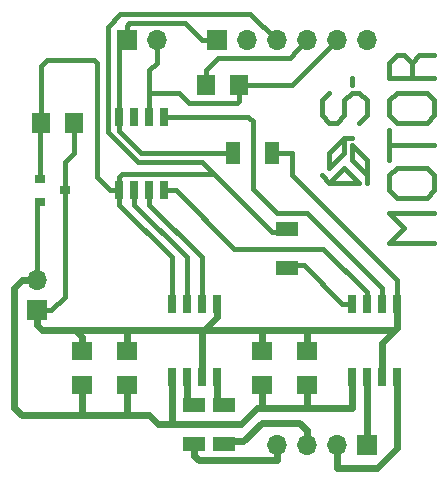
<source format=gbr>
G04 #@! TF.GenerationSoftware,KiCad,Pcbnew,(5.1.5-0-10_14)*
G04 #@! TF.CreationDate,2020-04-25T15:00:23+09:00*
G04 #@! TF.ProjectId,week11_stepper_moter_NEMA17,7765656b-3131-45f7-9374-65707065725f,rev?*
G04 #@! TF.SameCoordinates,Original*
G04 #@! TF.FileFunction,Copper,L1,Top*
G04 #@! TF.FilePolarity,Positive*
%FSLAX46Y46*%
G04 Gerber Fmt 4.6, Leading zero omitted, Abs format (unit mm)*
G04 Created by KiCad (PCBNEW (5.1.5-0-10_14)) date 2020-04-25 15:00:23*
%MOMM*%
%LPD*%
G04 APERTURE LIST*
%ADD10R,1.270000X1.905000*%
%ADD11R,1.905000X1.270000*%
%ADD12R,0.760000X1.520000*%
%ADD13R,1.597660X1.800860*%
%ADD14R,1.800860X1.597660*%
%ADD15O,1.700000X1.700000*%
%ADD16R,1.700000X1.700000*%
%ADD17R,0.899160X0.797560*%
%ADD18C,0.400000*%
%ADD19C,0.600000*%
G04 APERTURE END LIST*
D10*
X135359140Y-106680000D03*
X138661140Y-106680000D03*
D11*
X139954000Y-113134140D03*
X139954000Y-116436140D03*
X132080000Y-128038860D03*
X132080000Y-131340860D03*
X134620000Y-131340860D03*
X134620000Y-128038860D03*
D12*
X128270000Y-103635000D03*
X127000000Y-109855000D03*
X125730000Y-103635000D03*
X127000000Y-103635000D03*
X129540000Y-103635000D03*
X129540000Y-109855000D03*
X128270000Y-109855000D03*
X125730000Y-109855000D03*
D13*
X133050280Y-100965000D03*
X135890000Y-100965000D03*
D14*
X137795000Y-126286260D03*
X137795000Y-123446540D03*
X141605000Y-126286260D03*
X141605000Y-123446540D03*
X122555000Y-126286260D03*
X122555000Y-123446540D03*
X126365000Y-126286260D03*
X126365000Y-123446540D03*
D13*
X121920000Y-104140000D03*
X119080280Y-104140000D03*
D15*
X139065000Y-131445000D03*
X141605000Y-131445000D03*
X144145000Y-131445000D03*
D16*
X146685000Y-131445000D03*
D12*
X131445000Y-125665000D03*
X132715000Y-119445000D03*
X133985000Y-125665000D03*
X132715000Y-125665000D03*
X130175000Y-125665000D03*
X130175000Y-119445000D03*
X131445000Y-119445000D03*
X133985000Y-119445000D03*
X146685000Y-125665000D03*
X147955000Y-119445000D03*
X149225000Y-125665000D03*
X147955000Y-125665000D03*
X145415000Y-125665000D03*
X145415000Y-119445000D03*
X146685000Y-119445000D03*
X149225000Y-119445000D03*
D15*
X146685000Y-97155000D03*
X144145000Y-97155000D03*
X141605000Y-97155000D03*
X139065000Y-97155000D03*
X136525000Y-97155000D03*
D16*
X133985000Y-97155000D03*
D15*
X128905000Y-97155000D03*
D16*
X126365000Y-97155000D03*
D15*
X118745000Y-117475000D03*
D16*
X118745000Y-120015000D03*
D17*
X121114820Y-109855000D03*
X119016780Y-110804960D03*
X119016780Y-108905040D03*
D18*
X142875000Y-102235000D02*
X142875000Y-103505000D01*
X142875000Y-103505000D02*
X143510000Y-104140000D01*
X143510000Y-104140000D02*
X144145000Y-104140000D01*
X144145000Y-104140000D02*
X144780000Y-103505000D01*
X144780000Y-103505000D02*
X144780000Y-102235000D01*
X144780000Y-102235000D02*
X145415000Y-101600000D01*
X145415000Y-101600000D02*
X146050000Y-101600000D01*
X146050000Y-101600000D02*
X146685000Y-102235000D01*
X146685000Y-102235000D02*
X146685000Y-103505000D01*
X146685000Y-103505000D02*
X146050000Y-104140000D01*
X142875000Y-102235000D02*
X143510000Y-101600000D01*
X152400000Y-114300000D02*
X148590000Y-114300000D01*
X148590000Y-114300000D02*
X149860000Y-113030000D01*
X149860000Y-113030000D02*
X148590000Y-111760000D01*
X148590000Y-111760000D02*
X152400000Y-111760000D01*
X149225000Y-107950000D02*
X148590000Y-108585000D01*
X151765000Y-107950000D02*
X149225000Y-107950000D01*
X152400000Y-109855000D02*
X152400000Y-108585000D01*
X151765000Y-110490000D02*
X152400000Y-109855000D01*
X149225000Y-110490000D02*
X151765000Y-110490000D01*
X148590000Y-109855000D02*
X149225000Y-110490000D01*
X152400000Y-108585000D02*
X151765000Y-107950000D01*
X148590000Y-108585000D02*
X148590000Y-109855000D01*
X148590000Y-106045000D02*
X152400000Y-106045000D01*
X148590000Y-107315000D02*
X148590000Y-106045000D01*
X148590000Y-106045000D02*
X148590000Y-104775000D01*
X148590000Y-102235000D02*
X148590000Y-103505000D01*
X149225000Y-104140000D02*
X151765000Y-104140000D01*
X152400000Y-102235000D02*
X151765000Y-101600000D01*
X148590000Y-103505000D02*
X149225000Y-104140000D01*
X151765000Y-101600000D02*
X149225000Y-101600000D01*
X152400000Y-103505000D02*
X152400000Y-102235000D01*
X149225000Y-101600000D02*
X148590000Y-102235000D01*
X151765000Y-104140000D02*
X152400000Y-103505000D01*
X148590000Y-100330000D02*
X148590000Y-99060000D01*
X148590000Y-99060000D02*
X149225000Y-98425000D01*
X149225000Y-98425000D02*
X149860000Y-98425000D01*
X149860000Y-98425000D02*
X150495000Y-99060000D01*
X150495000Y-99060000D02*
X150495000Y-100330000D01*
X150495000Y-100330000D02*
X148590000Y-100330000D01*
X150495000Y-100330000D02*
X152400000Y-100330000D01*
X150495000Y-99060000D02*
X151130000Y-98425000D01*
X151130000Y-98425000D02*
X152400000Y-98425000D01*
X145415000Y-105410000D02*
X144780000Y-105410000D01*
X143510000Y-106680000D02*
X144780000Y-105410000D01*
X144780000Y-105410000D02*
X144780000Y-106680000D01*
X144780000Y-106680000D02*
X143510000Y-107950000D01*
X143510000Y-107950000D02*
X143510000Y-106680000D01*
X145415000Y-106045000D02*
X145415000Y-107315000D01*
X145415000Y-107315000D02*
X146685000Y-108585000D01*
X146685000Y-109220000D02*
X146685000Y-107315000D01*
X146685000Y-107315000D02*
X145415000Y-106045000D01*
X144780000Y-107950000D02*
X143510000Y-109220000D01*
X143510000Y-109220000D02*
X146050000Y-109220000D01*
X146050000Y-109220000D02*
X144780000Y-107950000D01*
X143510000Y-109220000D02*
X142875000Y-108585000D01*
X145415000Y-100330000D02*
X145415000Y-100965000D01*
X119016780Y-104203500D02*
X119080280Y-104140000D01*
X119016780Y-108905040D02*
X119016780Y-104203500D01*
X130175000Y-119445000D02*
X130175000Y-115505000D01*
X123825000Y-108730000D02*
X124950000Y-109855000D01*
X124950000Y-109855000D02*
X125730000Y-109855000D01*
X125730000Y-111060000D02*
X125730000Y-109855000D01*
X130175000Y-115505000D02*
X125730000Y-111060000D01*
X125730000Y-108695000D02*
X125730000Y-109855000D01*
X133783289Y-108494999D02*
X125930001Y-108494999D01*
X125930001Y-108494999D02*
X125730000Y-108695000D01*
X139954000Y-113365280D02*
X138653570Y-113365280D01*
X123594569Y-98829569D02*
X123825000Y-99060000D01*
X123825000Y-99060000D02*
X123825000Y-103505000D01*
X119080280Y-99359720D02*
X119610431Y-98829569D01*
X119610431Y-98829569D02*
X123594569Y-98829569D01*
X119080280Y-104140000D02*
X119080280Y-99359720D01*
X123825000Y-103505000D02*
X123825000Y-108730000D01*
X123825000Y-103265738D02*
X123825000Y-103505000D01*
X124749999Y-95989999D02*
X124749999Y-104946383D01*
X125835009Y-94904989D02*
X124749999Y-95989999D01*
X124749999Y-104946383D02*
X127283626Y-107480010D01*
X136814989Y-94904989D02*
X125835009Y-94904989D01*
X139065000Y-97155000D02*
X136814989Y-94904989D01*
X132768300Y-107480010D02*
X133929145Y-108640855D01*
X127283626Y-107480010D02*
X132768300Y-107480010D01*
X133929145Y-108640855D02*
X133783289Y-108494999D01*
X138653570Y-113365280D02*
X133929145Y-108640855D01*
X121114820Y-109855000D02*
X121114820Y-107485180D01*
X121114820Y-107485180D02*
X121920000Y-106680000D01*
X121920000Y-106680000D02*
X121920000Y-104140000D01*
X132715000Y-121875000D02*
X132877571Y-121712429D01*
D19*
X132715000Y-125665000D02*
X132715000Y-121875000D01*
X132877571Y-121712429D02*
X126365000Y-121712429D01*
X133985000Y-119445000D02*
X133985000Y-120605000D01*
X133985000Y-120605000D02*
X132877571Y-121712429D01*
X137795000Y-121712429D02*
X130337571Y-121712429D01*
X137795000Y-121712429D02*
X141605000Y-121712429D01*
X149017429Y-121712429D02*
X141605000Y-121712429D01*
X147955000Y-122774858D02*
X147955000Y-125665000D01*
X149225000Y-121504858D02*
X147955000Y-122774858D01*
X149225000Y-119445000D02*
X149225000Y-121504858D01*
D18*
X125730000Y-104795000D02*
X125730000Y-103635000D01*
X127615000Y-106680000D02*
X125730000Y-104795000D01*
X125730000Y-97790000D02*
X126365000Y-97155000D01*
X125730000Y-103635000D02*
X125730000Y-97790000D01*
X126365000Y-95905000D02*
X126365000Y-97155000D01*
X126565001Y-95704999D02*
X126365000Y-95905000D01*
X131284999Y-95704999D02*
X126565001Y-95704999D01*
X132735000Y-97155000D02*
X131284999Y-95704999D01*
X133985000Y-97155000D02*
X132735000Y-97155000D01*
D19*
X141605000Y-123446540D02*
X141605000Y-121712429D01*
X137795000Y-123446540D02*
X137795000Y-121712429D01*
X126365000Y-122247710D02*
X126365000Y-121712429D01*
X126365000Y-123446540D02*
X126365000Y-122247710D01*
X121174569Y-121712429D02*
X126365000Y-121712429D01*
X122555000Y-122247710D02*
X122019719Y-121712429D01*
X122555000Y-123446540D02*
X122555000Y-122247710D01*
X119192429Y-121712429D02*
X118745000Y-121265000D01*
X118745000Y-121265000D02*
X118745000Y-120015000D01*
X121174569Y-121712429D02*
X119192429Y-121712429D01*
D18*
X119995000Y-120015000D02*
X118745000Y-120015000D01*
X121114820Y-118895180D02*
X119995000Y-120015000D01*
X121114820Y-109855000D02*
X121114820Y-118895180D01*
X135590280Y-106680000D02*
X127615000Y-106680000D01*
X149225000Y-119445000D02*
X149225000Y-117475000D01*
X149225000Y-117475000D02*
X140335000Y-108585000D01*
X140335000Y-108585000D02*
X140335000Y-106680000D01*
X140335000Y-106680000D02*
X138430000Y-106680000D01*
X145350000Y-125730000D02*
X145415000Y-125665000D01*
X126365000Y-125730000D02*
X127000000Y-125730000D01*
X130303831Y-129668831D02*
X130810000Y-129668831D01*
X130175000Y-129540000D02*
X130303831Y-129668831D01*
D19*
X130175000Y-125665000D02*
X130175000Y-129540000D01*
X145415000Y-125665000D02*
X145415000Y-128270000D01*
D18*
X136962131Y-128707131D02*
X137160000Y-128509262D01*
D19*
X137399262Y-128270000D02*
X136962131Y-128707131D01*
X129033831Y-129668831D02*
X128270000Y-128905000D01*
X136000431Y-129668831D02*
X129033831Y-129668831D01*
X136962131Y-128707131D02*
X136000431Y-129668831D01*
X122555000Y-126286260D02*
X122555000Y-127485090D01*
X122555000Y-127485090D02*
X122555000Y-128905000D01*
X122555000Y-128905000D02*
X120015000Y-128905000D01*
X126365000Y-126286260D02*
X126365000Y-128905000D01*
X126365000Y-128905000D02*
X122555000Y-128905000D01*
X128270000Y-128905000D02*
X126365000Y-128905000D01*
X137795000Y-128270000D02*
X137399262Y-128270000D01*
X137795000Y-126286260D02*
X137795000Y-128270000D01*
X141605000Y-128270000D02*
X137795000Y-128270000D01*
X141605000Y-126286260D02*
X141605000Y-128270000D01*
X145415000Y-128270000D02*
X141605000Y-128270000D01*
D18*
X118745000Y-111076740D02*
X119016780Y-110804960D01*
X118745000Y-117475000D02*
X118745000Y-111076740D01*
D19*
X116840000Y-118110000D02*
X117475000Y-117475000D01*
X116840000Y-128270000D02*
X116840000Y-118110000D01*
X117475000Y-117475000D02*
X118745000Y-117475000D01*
X117475000Y-128905000D02*
X116840000Y-128270000D01*
X120015000Y-128905000D02*
X117475000Y-128905000D01*
D18*
X135890000Y-102265430D02*
X135890000Y-100965000D01*
X135689999Y-102465431D02*
X135890000Y-102265430D01*
X131675431Y-102465431D02*
X135689999Y-102465431D01*
X130810000Y-101600000D02*
X131675431Y-102465431D01*
X128270000Y-101600000D02*
X130810000Y-101600000D01*
X128270000Y-103635000D02*
X128270000Y-101600000D01*
X140335000Y-100965000D02*
X135890000Y-100965000D01*
X144145000Y-97155000D02*
X140335000Y-100965000D01*
X128270000Y-101600000D02*
X128270000Y-99695000D01*
X128270000Y-99695000D02*
X128905000Y-99060000D01*
X128905000Y-99060000D02*
X128905000Y-97155000D01*
X134109849Y-98605001D02*
X140154999Y-98605001D01*
X140755001Y-98004999D02*
X141605000Y-97155000D01*
X140154999Y-98605001D02*
X140755001Y-98004999D01*
X133050280Y-99664570D02*
X134109849Y-98605001D01*
X133050280Y-100965000D02*
X133050280Y-99664570D01*
X146685000Y-118494998D02*
X142995002Y-114805000D01*
X146685000Y-119445000D02*
X146685000Y-118494998D01*
X142995002Y-114805000D02*
X135465000Y-114805000D01*
X130515000Y-109855000D02*
X129540000Y-109855000D01*
X135465000Y-114805000D02*
X130515000Y-109855000D01*
D19*
X149225000Y-131685002D02*
X149225000Y-130810000D01*
X149225000Y-130810000D02*
X149225000Y-125665000D01*
X144145000Y-133350000D02*
X147560002Y-133350000D01*
X147560002Y-133350000D02*
X149225000Y-131685002D01*
X144145000Y-131445000D02*
X144145000Y-133350000D01*
D18*
X136655000Y-103635000D02*
X129540000Y-103635000D01*
X137031169Y-104011169D02*
X136655000Y-103635000D01*
X137031169Y-109726169D02*
X137031169Y-104011169D01*
X139065000Y-111760000D02*
X137031169Y-109726169D01*
X141605000Y-111760000D02*
X139065000Y-111760000D01*
X147955000Y-118110000D02*
X141605000Y-111760000D01*
X147955000Y-119445000D02*
X147955000Y-118110000D01*
D19*
X146685000Y-125665000D02*
X146685000Y-131445000D01*
D18*
X132715000Y-119445000D02*
X132715000Y-115505000D01*
X128270000Y-111060000D02*
X128270000Y-109855000D01*
X132715000Y-115505000D02*
X128270000Y-111060000D01*
X131445000Y-119445000D02*
X131445000Y-115505000D01*
X127000000Y-111060000D02*
X127000000Y-109855000D01*
X131445000Y-115505000D02*
X127000000Y-111060000D01*
X141254430Y-116205000D02*
X139954000Y-116205000D01*
X144635000Y-119445000D02*
X141395000Y-116205000D01*
X145415000Y-119445000D02*
X144635000Y-119445000D01*
X133985000Y-127403860D02*
X134620000Y-128038860D01*
D19*
X133985000Y-125665000D02*
X133985000Y-127403860D01*
X141605000Y-130175000D02*
X141605000Y-131445000D01*
X140970000Y-129540000D02*
X141605000Y-130175000D01*
X137795000Y-129540000D02*
X140970000Y-129540000D01*
X136225280Y-131109720D02*
X137795000Y-129540000D01*
X134620000Y-131109720D02*
X136225280Y-131109720D01*
D18*
X131445000Y-127403860D02*
X132080000Y-128038860D01*
D19*
X131445000Y-125665000D02*
X131445000Y-127403860D01*
X132080000Y-132308550D02*
X132486450Y-132715000D01*
X132080000Y-131109720D02*
X132080000Y-132308550D01*
X138997081Y-132715000D02*
X132486450Y-132715000D01*
X139065000Y-132647081D02*
X138997081Y-132715000D01*
X139065000Y-131445000D02*
X139065000Y-132647081D01*
M02*

</source>
